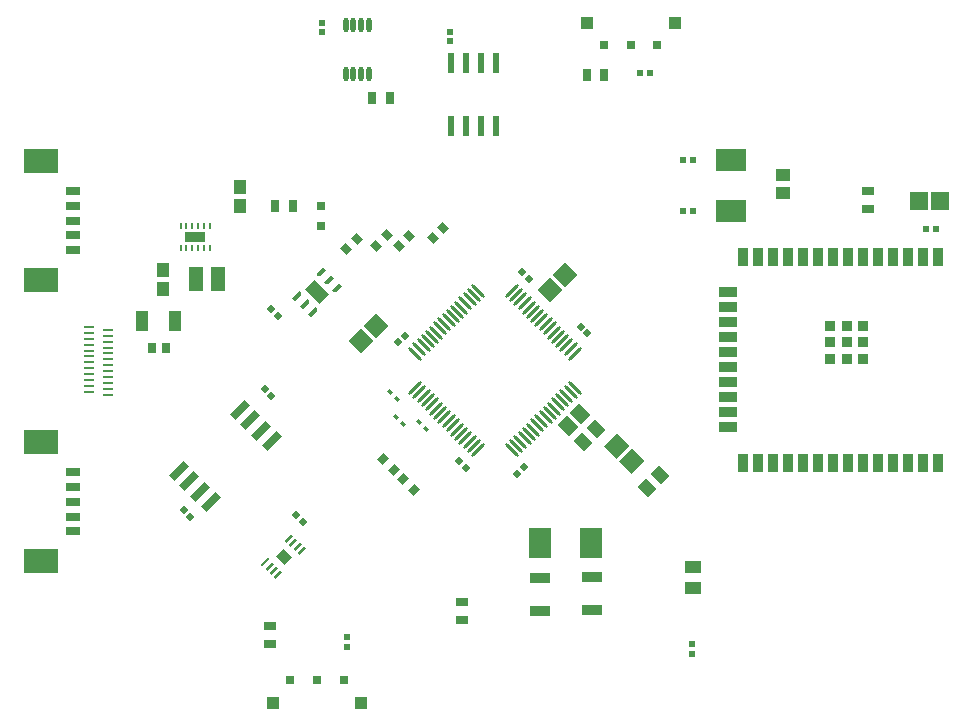
<source format=gbr>
%TF.GenerationSoftware,Altium Limited,Altium Designer,25.3.3 (18)*%
G04 Layer_Color=8421504*
%FSLAX45Y45*%
%MOMM*%
%TF.SameCoordinates,C60B5D50-6102-498E-8A7F-52ABF2EF578F*%
%TF.FilePolarity,Positive*%
%TF.FileFunction,Paste,Top*%
%TF.Part,Single*%
G01*
G75*
%TA.AperFunction,BGAPad,CuDef*%
%ADD10R,0.90000X0.90000*%
%TA.AperFunction,SMDPad,CuDef*%
%ADD11R,1.50000X0.90000*%
%ADD12R,0.90000X1.50000*%
%ADD13R,1.27000X1.02000*%
%ADD14R,0.52000X0.52000*%
%ADD15R,2.60000X1.90000*%
%ADD16R,1.00000X0.80000*%
%ADD17R,1.50000X1.55000*%
%ADD18P,0.73539X4X180.0*%
%ADD21R,1.01213X1.20840*%
%ADD22R,1.15490X2.10620*%
G04:AMPARAMS|DCode=23|XSize=0.8mm|YSize=0.6mm|CornerRadius=0mm|HoleSize=0mm|Usage=FLASHONLY|Rotation=315.000|XOffset=0mm|YOffset=0mm|HoleType=Round|Shape=Rectangle|*
%AMROTATEDRECTD23*
4,1,4,-0.49497,0.07071,-0.07071,0.49497,0.49497,-0.07071,0.07071,-0.49497,-0.49497,0.07071,0.0*
%
%ADD23ROTATEDRECTD23*%

%ADD24R,0.80000X1.00000*%
%ADD25R,0.80000X0.70000*%
G04:AMPARAMS|DCode=26|XSize=0.36mm|YSize=0.25mm|CornerRadius=0mm|HoleSize=0mm|Usage=FLASHONLY|Rotation=315.000|XOffset=0mm|YOffset=0mm|HoleType=Round|Shape=Rectangle|*
%AMROTATEDRECTD26*
4,1,4,-0.21567,0.03889,-0.03889,0.21567,0.21567,-0.03889,0.03889,-0.21567,-0.21567,0.03889,0.0*
%
%ADD26ROTATEDRECTD26*%

G04:AMPARAMS|DCode=27|XSize=0.3mm|YSize=1.6mm|CornerRadius=0mm|HoleSize=0mm|Usage=FLASHONLY|Rotation=225.000|XOffset=0mm|YOffset=0mm|HoleType=Round|Shape=Round|*
%AMOVALD27*
21,1,1.30000,0.30000,0.00000,0.00000,315.0*
1,1,0.30000,-0.45962,0.45962*
1,1,0.30000,0.45962,-0.45962*
%
%ADD27OVALD27*%

G04:AMPARAMS|DCode=28|XSize=0.3mm|YSize=1.6mm|CornerRadius=0mm|HoleSize=0mm|Usage=FLASHONLY|Rotation=135.000|XOffset=0mm|YOffset=0mm|HoleType=Round|Shape=Round|*
%AMOVALD28*
21,1,1.30000,0.30000,0.00000,0.00000,225.0*
1,1,0.30000,0.45962,0.45962*
1,1,0.30000,-0.45962,-0.45962*
%
%ADD28OVALD28*%

%ADD29P,0.73539X4X90.0*%
%ADD30R,0.80000X0.80000*%
%ADD31R,1.00000X1.00000*%
%ADD32O,0.45000X1.30000*%
%TA.AperFunction,ConnectorPad*%
%ADD33R,0.90000X0.27000*%
%TA.AperFunction,SMDPad,CuDef*%
%ADD36R,1.30000X0.80000*%
%ADD37R,3.00000X2.10000*%
G04:AMPARAMS|DCode=38|XSize=1.55mm|YSize=1.5mm|CornerRadius=0mm|HoleSize=0mm|Usage=FLASHONLY|Rotation=315.000|XOffset=0mm|YOffset=0mm|HoleType=Round|Shape=Rectangle|*
%AMROTATEDRECTD38*
4,1,4,-1.07834,0.01768,-0.01768,1.07834,1.07834,-0.01768,0.01768,-1.07834,-1.07834,0.01768,0.0*
%
%ADD38ROTATEDRECTD38*%

G04:AMPARAMS|DCode=39|XSize=1.35mm|YSize=1.1mm|CornerRadius=0mm|HoleSize=0mm|Usage=FLASHONLY|Rotation=135.000|XOffset=0mm|YOffset=0mm|HoleType=Round|Shape=Rectangle|*
%AMROTATEDRECTD39*
4,1,4,0.86621,-0.08839,0.08839,-0.86621,-0.86621,0.08839,-0.08839,0.86621,0.86621,-0.08839,0.0*
%
%ADD39ROTATEDRECTD39*%

G04:AMPARAMS|DCode=40|XSize=1.3mm|YSize=1mm|CornerRadius=0mm|HoleSize=0mm|Usage=FLASHONLY|Rotation=135.000|XOffset=0mm|YOffset=0mm|HoleType=Round|Shape=Rectangle|*
%AMROTATEDRECTD40*
4,1,4,0.81318,-0.10607,0.10607,-0.81318,-0.81318,0.10607,-0.10607,0.81318,0.81318,-0.10607,0.0*
%
%ADD40ROTATEDRECTD40*%

G04:AMPARAMS|DCode=41|XSize=1.4549mm|YSize=1.5562mm|CornerRadius=0mm|HoleSize=0mm|Usage=FLASHONLY|Rotation=135.000|XOffset=0mm|YOffset=0mm|HoleType=Round|Shape=Rectangle|*
%AMROTATEDRECTD41*
4,1,4,1.06459,0.03581,-0.03581,-1.06459,-1.06459,-0.03581,0.03581,1.06459,1.06459,0.03581,0.0*
%
%ADD41ROTATEDRECTD41*%

G04:AMPARAMS|DCode=42|XSize=1.7mm|YSize=0.65mm|CornerRadius=0mm|HoleSize=0mm|Usage=FLASHONLY|Rotation=225.000|XOffset=0mm|YOffset=0mm|HoleType=Round|Shape=Rectangle|*
%AMROTATEDRECTD42*
4,1,4,0.37123,0.83085,0.83085,0.37123,-0.37123,-0.83085,-0.83085,-0.37123,0.37123,0.83085,0.0*
%
%ADD42ROTATEDRECTD42*%

%ADD43R,0.52000X0.52000*%
%ADD44R,0.54200X1.68500*%
G04:AMPARAMS|DCode=45|XSize=0.86107mm|YSize=0.23928mm|CornerRadius=0mm|HoleSize=0mm|Usage=FLASHONLY|Rotation=45.000|XOffset=0mm|YOffset=0mm|HoleType=Round|Shape=Rectangle|*
%AMROTATEDRECTD45*
4,1,4,-0.21983,-0.38903,-0.38903,-0.21983,0.21983,0.38903,0.38903,0.21983,-0.21983,-0.38903,0.0*
%
%ADD45ROTATEDRECTD45*%

G04:AMPARAMS|DCode=46|XSize=0.86107mm|YSize=0.23928mm|CornerRadius=0.11964mm|HoleSize=0mm|Usage=FLASHONLY|Rotation=45.000|XOffset=0mm|YOffset=0mm|HoleType=Round|Shape=RoundedRectangle|*
%AMROUNDEDRECTD46*
21,1,0.86107,0.00000,0,0,45.0*
21,1,0.62178,0.23928,0,0,45.0*
1,1,0.23928,0.21983,0.21983*
1,1,0.23928,-0.21983,-0.21983*
1,1,0.23928,-0.21983,-0.21983*
1,1,0.23928,0.21983,0.21983*
%
%ADD46ROUNDEDRECTD46*%
%ADD48R,1.00000X1.80000*%
%ADD49R,0.73504X0.86213*%
G04:AMPARAMS|DCode=50|XSize=0.8mm|YSize=0.6mm|CornerRadius=0mm|HoleSize=0mm|Usage=FLASHONLY|Rotation=225.000|XOffset=0mm|YOffset=0mm|HoleType=Round|Shape=Rectangle|*
%AMROTATEDRECTD50*
4,1,4,0.07071,0.49497,0.49497,0.07071,-0.07071,-0.49497,-0.49497,-0.07071,0.07071,0.49497,0.0*
%
%ADD50ROTATEDRECTD50*%

%ADD51R,1.70000X0.95000*%
%ADD52R,1.90000X2.60000*%
G04:AMPARAMS|DCode=54|XSize=0.25mm|YSize=0.5mm|CornerRadius=0.05mm|HoleSize=0mm|Usage=FLASHONLY|Rotation=180.000|XOffset=0mm|YOffset=0mm|HoleType=Round|Shape=RoundedRectangle|*
%AMROUNDEDRECTD54*
21,1,0.25000,0.40000,0,0,180.0*
21,1,0.15000,0.50000,0,0,180.0*
1,1,0.10000,-0.07500,0.20000*
1,1,0.10000,0.07500,0.20000*
1,1,0.10000,0.07500,-0.20000*
1,1,0.10000,-0.07500,-0.20000*
%
%ADD54ROUNDEDRECTD54*%
%ADD55R,1.35000X1.00000*%
%TA.AperFunction,NonConductor*%
G04:AMPARAMS|DCode=93|XSize=1.1mm|YSize=1.7mm|CornerRadius=0mm|HoleSize=0mm|Usage=FLASHONLY|Rotation=45.000|XOffset=0mm|YOffset=0mm|HoleType=Round|Shape=Rectangle|*
%AMROTATEDRECTD93*
4,1,4,0.21213,-0.98995,-0.98995,0.21213,-0.21213,0.98995,0.98995,-0.21213,0.21213,-0.98995,0.0*
%
%ADD93ROTATEDRECTD93*%

G04:AMPARAMS|DCode=94|XSize=0.85184mm|YSize=1.05184mm|CornerRadius=0mm|HoleSize=0mm|Usage=FLASHONLY|Rotation=45.000|XOffset=0mm|YOffset=0mm|HoleType=Round|Shape=Rectangle|*
%AMROTATEDRECTD94*
4,1,4,0.07071,-0.67305,-0.67305,0.07071,-0.07071,0.67305,0.67305,-0.07071,0.07071,-0.67305,0.0*
%
%ADD94ROTATEDRECTD94*%

%ADD95R,1.78900X0.85400*%
G36*
X8432782Y8267383D02*
X8381517Y8216118D01*
X8379055Y8213656D01*
X8372623Y8210992D01*
X8365661D01*
X8359229Y8213656D01*
X8356768Y8216118D01*
X8354306Y8218579D01*
X8351642Y8225011D01*
Y8231973D01*
X8354306Y8238405D01*
X8356768Y8240867D01*
X8356768Y8240867D01*
X8408033Y8292132D01*
X8432782Y8267383D01*
D02*
G37*
G36*
X8499957Y8200208D02*
X8448692Y8148943D01*
X8446230Y8146482D01*
X8439798Y8143817D01*
X8432836D01*
X8426404Y8146482D01*
X8423943Y8148943D01*
X8421482Y8151404D01*
X8418817Y8157836D01*
Y8164798D01*
X8421482Y8171230D01*
X8423943Y8173692D01*
X8423943Y8173692D01*
X8475208Y8224957D01*
X8499957Y8200208D01*
D02*
G37*
G36*
X8567132Y8133033D02*
X8515867Y8081768D01*
X8513405Y8079306D01*
X8506973Y8076642D01*
X8500011D01*
X8493579Y8079306D01*
X8491118Y8081768D01*
X8488657Y8084229D01*
X8485992Y8090661D01*
Y8097623D01*
X8488657Y8104055D01*
X8491118Y8106517D01*
X8491118Y8106516D01*
X8542383Y8157782D01*
X8567132Y8133033D01*
D02*
G37*
G36*
X8216421Y8080694D02*
X8218882Y8078232D01*
X8221343Y8075771D01*
X8224008Y8069339D01*
Y8062377D01*
X8221343Y8055945D01*
X8218882Y8053483D01*
X8218882Y8053484D01*
X8167617Y8002218D01*
X8142868Y8026967D01*
X8194133Y8078232D01*
X8196595Y8080694D01*
X8203027Y8083358D01*
X8209989D01*
X8216421Y8080694D01*
D02*
G37*
G36*
X8283596Y8013518D02*
X8286057Y8011057D01*
X8288518Y8008596D01*
X8291183Y8002164D01*
Y7995202D01*
X8288518Y7988770D01*
X8286057Y7986308D01*
Y7986308D01*
X8234792Y7935043D01*
X8210043Y7959792D01*
X8261308Y8011057D01*
X8263770Y8013518D01*
X8270202Y8016183D01*
X8277164D01*
X8283596Y8013518D01*
D02*
G37*
G36*
X8350771Y7946343D02*
X8353232Y7943882D01*
X8355693Y7941420D01*
X8358358Y7934988D01*
Y7928027D01*
X8355693Y7921595D01*
X8353232Y7919133D01*
X8301967Y7867868D01*
X8277218Y7892617D01*
X8328483Y7943882D01*
X8330945Y7946343D01*
X8337377Y7949008D01*
X8344339D01*
X8350771Y7946343D01*
D02*
G37*
D10*
X12700500Y7513150D02*
D03*
Y7653150D02*
D03*
Y7793150D02*
D03*
X12840500Y7513150D02*
D03*
Y7653150D02*
D03*
Y7793150D02*
D03*
X12980499Y7513150D02*
D03*
Y7653150D02*
D03*
X12980499Y7793150D02*
D03*
D11*
X11836500Y6931650D02*
D03*
Y7058650D02*
D03*
Y7185650D02*
D03*
Y7312650D02*
D03*
Y7439650D02*
D03*
Y7566650D02*
D03*
Y7693650D02*
D03*
Y7820650D02*
D03*
Y7947650D02*
D03*
Y8074650D02*
D03*
D12*
X13612500Y6628150D02*
D03*
X13485500Y6628150D02*
D03*
X13358501Y6628150D02*
D03*
X13231500D02*
D03*
X13104500D02*
D03*
X12977499D02*
D03*
X12850500Y6628150D02*
D03*
X12723500Y6628150D02*
D03*
X12596500D02*
D03*
X12469500D02*
D03*
X12342500D02*
D03*
X12215500D02*
D03*
X12088500D02*
D03*
X11961500D02*
D03*
Y8378150D02*
D03*
X12088500D02*
D03*
X12215500D02*
D03*
X12342500D02*
D03*
X12469500D02*
D03*
X12596500D02*
D03*
X12723500D02*
D03*
X12850500Y8378150D02*
D03*
X12977499Y8378150D02*
D03*
X13104500D02*
D03*
X13231500D02*
D03*
X13358501D02*
D03*
X13485500Y8378150D02*
D03*
X13612500Y8378150D02*
D03*
D13*
X12300000Y8918999D02*
D03*
Y9071000D02*
D03*
D14*
X13592499Y8612500D02*
D03*
X13512500D02*
D03*
X11455000Y8764999D02*
D03*
X11535000D02*
D03*
X11457501Y9192499D02*
D03*
X11537500Y9192499D02*
D03*
X11092500Y9930000D02*
D03*
X11172500D02*
D03*
D15*
X11862500Y8762499D02*
D03*
X11862500Y9192499D02*
D03*
D16*
X13022501Y8785000D02*
D03*
Y8935000D02*
D03*
X7960000Y5250000D02*
D03*
Y5100000D02*
D03*
X9582500Y5455000D02*
D03*
Y5305000D02*
D03*
D17*
X13632500Y8845000D02*
D03*
X13452499D02*
D03*
D18*
X8022500Y7877500D02*
D03*
X7965932Y7934068D02*
D03*
X9561716Y6648284D02*
D03*
X9618284Y6591716D02*
D03*
X10643284Y7729216D02*
D03*
X10586716Y7785784D02*
D03*
X10091716Y8245784D02*
D03*
X10148284Y8189216D02*
D03*
X7968284Y7196716D02*
D03*
X7911716Y7253284D02*
D03*
X7283284Y6176716D02*
D03*
X7226716Y6233284D02*
D03*
X8238284Y6134216D02*
D03*
X8181716Y6190784D02*
D03*
D21*
X7047500Y8265186D02*
D03*
Y8104813D02*
D03*
X7707500Y8970187D02*
D03*
Y8809813D02*
D03*
D22*
X7329935Y8190000D02*
D03*
X7515064D02*
D03*
D23*
X8599038Y8439038D02*
D03*
X8690962Y8530962D02*
D03*
X8854038Y8471538D02*
D03*
X8945962Y8563462D02*
D03*
X9334038Y8531538D02*
D03*
X9425962Y8623462D02*
D03*
X9138462Y8555962D02*
D03*
X9046538Y8464038D02*
D03*
D24*
X8002500Y8807500D02*
D03*
X8152500D02*
D03*
X10787500Y9917500D02*
D03*
X10637500D02*
D03*
X8822500Y9720000D02*
D03*
X8972500D02*
D03*
D25*
X8392500Y8807500D02*
D03*
Y8637500D02*
D03*
D26*
X9217801Y6977198D02*
D03*
X9277198Y6917802D02*
D03*
X8975302Y7232198D02*
D03*
X9034698Y7172802D02*
D03*
X9087198Y6960302D02*
D03*
X9027802Y7019698D02*
D03*
D27*
X10007457Y6737213D02*
D03*
X10042812Y6772568D02*
D03*
X10078168Y6807923D02*
D03*
X10113523Y6843279D02*
D03*
X10148878Y6878634D02*
D03*
X10184234Y6913989D02*
D03*
X10219589Y6949345D02*
D03*
X10254944Y6984700D02*
D03*
X10290300Y7020055D02*
D03*
X10325655Y7055411D02*
D03*
X10361010Y7090766D02*
D03*
X10396366Y7126121D02*
D03*
X10431721Y7161477D02*
D03*
X10467076Y7196832D02*
D03*
X10502432Y7232187D02*
D03*
X10537787Y7267543D02*
D03*
X9717543Y8087787D02*
D03*
X9682188Y8052431D02*
D03*
X9646832Y8017076D02*
D03*
X9611477Y7981720D02*
D03*
X9576122Y7946365D02*
D03*
X9540767Y7911010D02*
D03*
X9505411Y7875655D02*
D03*
X9470056Y7840299D02*
D03*
X9434700Y7804944D02*
D03*
X9399345Y7769588D02*
D03*
X9363990Y7734233D02*
D03*
X9328634Y7698878D02*
D03*
X9293279Y7663523D02*
D03*
X9257924Y7628167D02*
D03*
X9222568Y7592812D02*
D03*
X9187213Y7557457D02*
D03*
D28*
X10537787D02*
D03*
X10502432Y7592812D02*
D03*
X10467076Y7628167D02*
D03*
X10431721Y7663523D02*
D03*
X10396366Y7698878D02*
D03*
X10361010Y7734233D02*
D03*
X10325655Y7769588D02*
D03*
X10290300Y7804944D02*
D03*
X10254944Y7840299D02*
D03*
X10219589Y7875655D02*
D03*
X10184233Y7911010D02*
D03*
X10148878Y7946365D02*
D03*
X10113523Y7981720D02*
D03*
X10078168Y8017076D02*
D03*
X10042812Y8052431D02*
D03*
X10007457Y8087787D02*
D03*
X9187213Y7267543D02*
D03*
X9222568Y7232187D02*
D03*
X9257924Y7196832D02*
D03*
X9293279Y7161477D02*
D03*
X9328634Y7126121D02*
D03*
X9363990Y7090766D02*
D03*
X9399345Y7055411D02*
D03*
X9434700Y7020055D02*
D03*
X9470056Y6984700D02*
D03*
X9505411Y6949345D02*
D03*
X9540766Y6913989D02*
D03*
X9576122Y6878634D02*
D03*
X9611477Y6843279D02*
D03*
X9646832Y6807923D02*
D03*
X9682188Y6772568D02*
D03*
X9717543Y6737213D02*
D03*
D29*
X9101568Y7709068D02*
D03*
X9045000Y7652500D02*
D03*
X10108284Y6598284D02*
D03*
X10051716Y6541716D02*
D03*
D30*
X10787500Y10167000D02*
D03*
X11012500Y10167000D02*
D03*
X11237500D02*
D03*
X8580000Y4790500D02*
D03*
X8355000D02*
D03*
X8130000D02*
D03*
D31*
X10637500Y10357000D02*
D03*
X11387500Y10357000D02*
D03*
X8730000Y4600500D02*
D03*
X7980000D02*
D03*
D32*
X8792500Y10335000D02*
D03*
X8727500D02*
D03*
X8662500D02*
D03*
X8597500D02*
D03*
X8792500Y9925000D02*
D03*
X8727500D02*
D03*
X8662500D02*
D03*
X8597500D02*
D03*
D33*
X6587500Y7758000D02*
D03*
Y7708000D02*
D03*
Y7658000D02*
D03*
Y7608000D02*
D03*
Y7558000D02*
D03*
X6587501Y7508000D02*
D03*
X6587500Y7458000D02*
D03*
Y7408000D02*
D03*
Y7358000D02*
D03*
X6587501Y7308000D02*
D03*
X6587500Y7258000D02*
D03*
Y7208000D02*
D03*
X6427500Y7233000D02*
D03*
X6427500Y7283000D02*
D03*
X6427500Y7333000D02*
D03*
Y7383000D02*
D03*
Y7433000D02*
D03*
Y7483000D02*
D03*
Y7533000D02*
D03*
Y7583000D02*
D03*
Y7633000D02*
D03*
Y7683000D02*
D03*
Y7733000D02*
D03*
Y7783001D02*
D03*
D36*
X6292500Y8932500D02*
D03*
Y8807500D02*
D03*
Y8682500D02*
D03*
Y8557500D02*
D03*
Y8432500D02*
D03*
Y6552500D02*
D03*
Y6427500D02*
D03*
Y6302500D02*
D03*
Y6177500D02*
D03*
Y6052500D02*
D03*
D37*
X6017500Y8177500D02*
D03*
Y9187500D02*
D03*
Y5797500D02*
D03*
Y6807500D02*
D03*
D38*
X10452279Y8224779D02*
D03*
X10325000Y8097500D02*
D03*
X8731360Y7666361D02*
D03*
X8858640Y7793640D02*
D03*
D39*
X10483002Y6943002D02*
D03*
X10581997Y7041997D02*
D03*
D40*
X10609467Y6811967D02*
D03*
X10715533Y6918033D02*
D03*
X11149467Y6421967D02*
D03*
X11255533Y6528033D02*
D03*
D41*
X11025453Y6647047D02*
D03*
X10894547Y6777953D02*
D03*
D42*
X7971292Y6813390D02*
D03*
X7881489Y6903193D02*
D03*
X7791686Y6992995D02*
D03*
X7701884Y7082798D02*
D03*
X7185696Y6566610D02*
D03*
X7275499Y6476807D02*
D03*
X7365301Y6387005D02*
D03*
X7455104Y6297202D02*
D03*
D43*
X9485000Y10200000D02*
D03*
Y10280000D02*
D03*
X8395000Y10357500D02*
D03*
Y10277500D02*
D03*
X8607500Y5075000D02*
D03*
Y5155000D02*
D03*
X11532500Y5015000D02*
D03*
Y5095000D02*
D03*
D44*
X9487000Y9481400D02*
D03*
X9614000D02*
D03*
X9741000D02*
D03*
X9868000D02*
D03*
Y10018600D02*
D03*
X9741000D02*
D03*
X9614000D02*
D03*
X9487000D02*
D03*
D45*
X7918667Y5789732D02*
D03*
D46*
X7954022Y5754377D02*
D03*
X7989377Y5719022D02*
D03*
X8024733Y5683667D02*
D03*
X8226333Y5885267D02*
D03*
X8190978Y5920623D02*
D03*
X8155623Y5955978D02*
D03*
X8120267Y5991333D02*
D03*
D48*
X7150000Y7830000D02*
D03*
X6870000D02*
D03*
D49*
X7079039Y7607500D02*
D03*
X6955961D02*
D03*
D50*
X9005962Y6571538D02*
D03*
X8914038Y6663462D02*
D03*
X9081538Y6493462D02*
D03*
X9173462Y6401538D02*
D03*
D51*
X10685000Y5382500D02*
D03*
Y5662500D02*
D03*
X10242500Y5380000D02*
D03*
Y5660000D02*
D03*
D52*
X10677500Y5950000D02*
D03*
X10247500D02*
D03*
D54*
X7200000Y8637500D02*
D03*
X7250000D02*
D03*
X7300000D02*
D03*
X7350000D02*
D03*
X7400000D02*
D03*
X7450000D02*
D03*
Y8447500D02*
D03*
X7400000D02*
D03*
X7350000Y8447500D02*
D03*
X7300000D02*
D03*
X7250000Y8447500D02*
D03*
X7200000D02*
D03*
D55*
X11535000Y5572500D02*
D03*
Y5752500D02*
D03*
D93*
X8355001Y8079997D02*
D03*
D94*
X8072500Y5837500D02*
D03*
D95*
X7324991Y8542509D02*
D03*
%TF.MD5,74d82970aed6ab526ce0113ad0bb6eff*%
M02*

</source>
